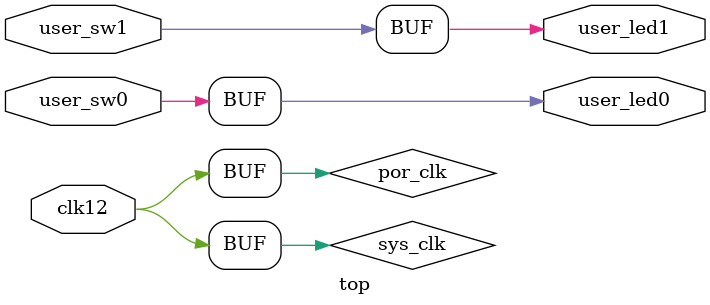
<source format=v>
module top(
	output user_led0,
	input user_sw0,
	output user_led1,
	input user_sw1,
	(* keep = "true" *)	input clk12
);

wire sys_clk;
wire sys_rst;
wire por_clk;
reg int_rst = 1'd1;

assign user_led0 = user_sw0;
assign user_led1 = user_sw1;
assign sys_clk = clk12;
assign por_clk = clk12;
assign sys_rst = int_rst;

always @(posedge por_clk) begin
	int_rst <= 1'd0;
end

always @(posedge sys_clk) begin
	if (sys_rst) begin
	end
end

endmodule

</source>
